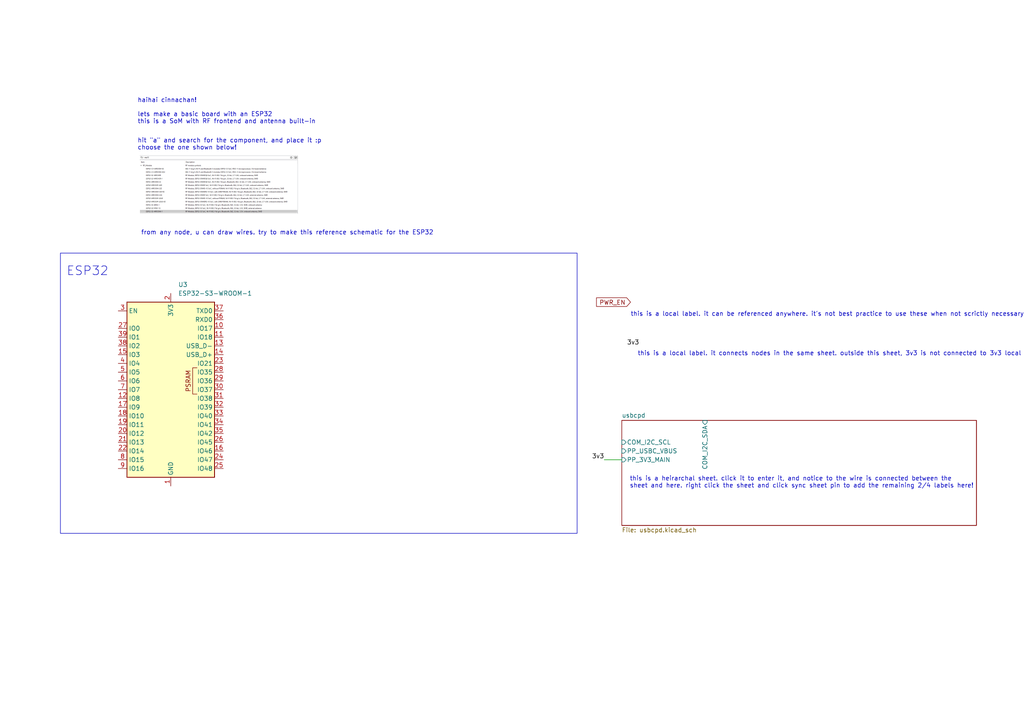
<source format=kicad_sch>
(kicad_sch (version 20250114) (generator "eeschema") (generator_version "9.0")
  (paper "A4")
  (title_block (title "cinnaboard !"))
  (lib_symbols
    (symbol "RF_Module:ESP32-S3-WROOM-1"
      (property "Reference" "U" (at -12.7 26.67 0))
      (property "Value" "ESP32-S3-WROOM-1" (at 12.7 26.67 0))
      (symbol "ESP32-S3-WROOM-1_0_0"
        (rectangle (start -12.7 25.4) (end 12.7 -25.4) (stroke (width 0.254)) (fill (type background)))
        (text "PSRAM" (at 5.08 2.54 900) (effects (font (size 1.27 1.27))))
      )
      (symbol "ESP32-S3-WROOM-1_0_1"
        (polyline (pts (xy 7.62 -1.27) (xy 6.35 -1.27) (xy 6.35 6.35) (xy 7.62 6.35)))
      )
      (symbol "ESP32-S3-WROOM-1_1_1"
        (pin input line (at -15.24 22.86 0) (length 2.54) (name "EN") (number "3"))
        (pin bidirectional line (at -15.24 17.78 0) (length 2.54) (name "IO0") (number "27"))
        (pin bidirectional line (at -15.24 15.24 0) (length 2.54) (name "IO1") (number "39"))
        (pin bidirectional line (at -15.24 12.7 0) (length 2.54) (name "IO2") (number "38"))
        (pin bidirectional line (at -15.24 10.16 0) (length 2.54) (name "IO3") (number "15"))
        (pin bidirectional line (at -15.24 7.62 0) (length 2.54) (name "IO4") (number "4"))
        (pin bidirectional line (at -15.24 5.08 0) (length 2.54) (name "IO5") (number "5"))
        (pin bidirectional line (at -15.24 2.54 0) (length 2.54) (name "IO6") (number "6"))
        (pin bidirectional line (at -15.24 0 0) (length 2.54) (name "IO7") (number "7"))
        (pin bidirectional line (at -15.24 -2.54 0) (length 2.54) (name "IO8") (number "12"))
        (pin bidirectional line (at -15.24 -5.08 0) (length 2.54) (name "IO9") (number "17"))
        (pin bidirectional line (at -15.24 -7.62 0) (length 2.54) (name "IO10") (number "18"))
        (pin bidirectional line (at -15.24 -10.16 0) (length 2.54) (name "IO11") (number "19"))
        (pin bidirectional line (at -15.24 -12.7 0) (length 2.54) (name "IO12") (number "20"))
        (pin bidirectional line (at -15.24 -15.24 0) (length 2.54) (name "IO13") (number "21"))
        (pin bidirectional line (at -15.24 -17.78 0) (length 2.54) (name "IO14") (number "22"))
        (pin bidirectional line (at -15.24 -20.32 0) (length 2.54) (name "IO15") (number "8"))
        (pin bidirectional line (at -15.24 -22.86 0) (length 2.54) (name "IO16") (number "9"))
        (pin power_in line (at 0 27.94 270) (length 2.54) (name "3V3") (number "2"))
        (pin power_in line (at 0 -27.94 90) (length 2.54) (name "GND") (number "1"))
        (pin passive line (at 0 -27.94 90) (length 2.54) (hide yes) (name "GND") (number "40"))
        (pin passive line (at 0 -27.94 90) (length 2.54) (hide yes) (name "GND") (number "41"))
        (pin bidirectional line (at 15.24 22.86 180) (length 2.54) (name "TXD0") (number "37"))
        (pin bidirectional line (at 15.24 20.32 180) (length 2.54) (name "RXD0") (number "36"))
        (pin bidirectional line (at 15.24 17.78 180) (length 2.54) (name "IO17") (number "10"))
        (pin bidirectional line (at 15.24 15.24 180) (length 2.54) (name "IO18") (number "11"))
        (pin bidirectional line (at 15.24 12.7 180) (length 2.54) (name "USB_D-") (number "13"))
        (pin bidirectional line (at 15.24 10.16 180) (length 2.54) (name "USB_D+") (number "14"))
        (pin bidirectional line (at 15.24 7.62 180) (length 2.54) (name "IO21") (number "23"))
        (pin bidirectional line (at 15.24 5.08 180) (length 2.54) (name "IO35") (number "28"))
        (pin bidirectional line (at 15.24 2.54 180) (length 2.54) (name "IO36") (number "29"))
        (pin bidirectional line (at 15.24 0 180) (length 2.54) (name "IO37") (number "30"))
        (pin bidirectional line (at 15.24 -2.54 180) (length 2.54) (name "IO38") (number "31"))
        (pin bidirectional line (at 15.24 -5.08 180) (length 2.54) (name "IO39") (number "32"))
        (pin bidirectional line (at 15.24 -7.62 180) (length 2.54) (name "IO40") (number "33"))
        (pin bidirectional line (at 15.24 -10.16 180) (length 2.54) (name "IO41") (number "34"))
        (pin bidirectional line (at 15.24 -12.7 180) (length 2.54) (name "IO42") (number "35"))
        (pin bidirectional line (at 15.24 -15.24 180) (length 2.54) (name "IO45") (number "26"))
        (pin bidirectional line (at 15.24 -17.78 180) (length 2.54) (name "IO46") (number "16"))
        (pin bidirectional line (at 15.24 -20.32 180) (length 2.54) (name "IO47") (number "24"))
        (pin bidirectional line (at 15.24 -22.86 180) (length 2.54) (name "IO48") (number "25"))
      )
    )
  )
  (rectangle (start 17.526 73.406) (end 167.386 154.686))
  (text "this is a local label. it can be referenced anywhere. it's not best practice to use these when not scrictly necessary (ie for one-off signals) because then the namespace can get messy" (at 182.88 91.186 0) (effects (font (size 1.27 1.27)) (justify left)))
  (text "haihai cinnachan!\n\nlets make a basic board with an ESP32\nthis is a SoM with RF frontend and antenna built-in" (at 39.878 32.258 0) (effects (font (size 1.27 1.27)) (justify left)))
  (text "hit \"a\" and search for the component, and place it :p\nchoose the one shown below!" (at 39.878 41.91 0) (effects (font (size 1.27 1.27)) (justify left)))
  (text "this is a heirarchal sheet. click it to enter it, and notice to the wire is connected between the \nsheet and here. right click the sheet and click sync sheet pin to add the remaining 2/4 labels here!" (at 182.626 139.954 0) (effects (font (size 1.27 1.27)) (justify left)))
  (text "ESP32" (at 25.4 78.74 0) (effects (font (size 2.54 2.54))))
  (text "this is a local label. it connects nodes in the same sheet. outside this sheet, 3v3 is not connected to 3v3 local label here" (at 184.912 102.616 0) (effects (font (size 1.27 1.27)) (justify left)))
  (text "from any node, u can draw wires. try to make this reference schematic for the ESP32" (at 40.894 67.564 0) (effects (font (size 1.27 1.27)) (justify left)))
  (wire (pts (xy 180.34 133.35) (xy 175.26 133.35)))
  (image (at 63.5 53.34) (scale 0.160512))
  (label "3v3" (at 175.26 133.35 180))
  (label "3v3" (at 185.42 100.33 180))
  (global_label "PWR_EN" (shape input) (at 182.88 87.63 180) (property "Intersheetrefs" "${INTERSHEET_REFS}" (effects (hide yes))))
  (symbol (lib_id "RF_Module:ESP32-S3-WROOM-1") (at 49.53 113.03 0) (unit 1)
    (property "Reference" "U3" (at 51.6733 82.55 0) (effects (justify left)))
    (property "Value" "ESP32-S3-WROOM-1" (at 51.6733 85.09 0) (effects (justify left)))
    (property "Footprint" "RF_Module:ESP32-S3-WROOM-1" (effects (hide yes)))
    (property "Datasheet" "https://www.espressif.com/sites/default/files/documentation/esp32-s3-wroom-1_wroom-1u_datasheet_en.pdf" (effects (hide yes)))
    (property "Description" "RF Module, ESP32-S3 SoC, Wi-Fi 802.11b/g/n, Bluetooth, BLE, 32-bit, 3.3V, onboard antenna, SMD" (effects (hide yes)))
  )
  (sheet (at 180.34 121.92) (size 102.87 30.48) (stroke (width 0.1524))
    (property "Sheetname" "usbcpd" (at 180.34 121.2084 0) (effects (justify left bottom)))
    (property "Sheetfile" "usbcpd.kicad_sch" (at 180.34 152.9846 0) (effects (justify left top)))
    (pin "PP_USBC_VBUS" input (at 180.34 130.81 180))
    (pin "PP_3V3_MAIN" input (at 180.34 133.35 180))
    (pin "COM_I2C_SCL" input (at 180.34 128.27 180))
    (pin "COM_I2C_SDA" input (at 204.47 121.92 90))
  )
)
</source>
